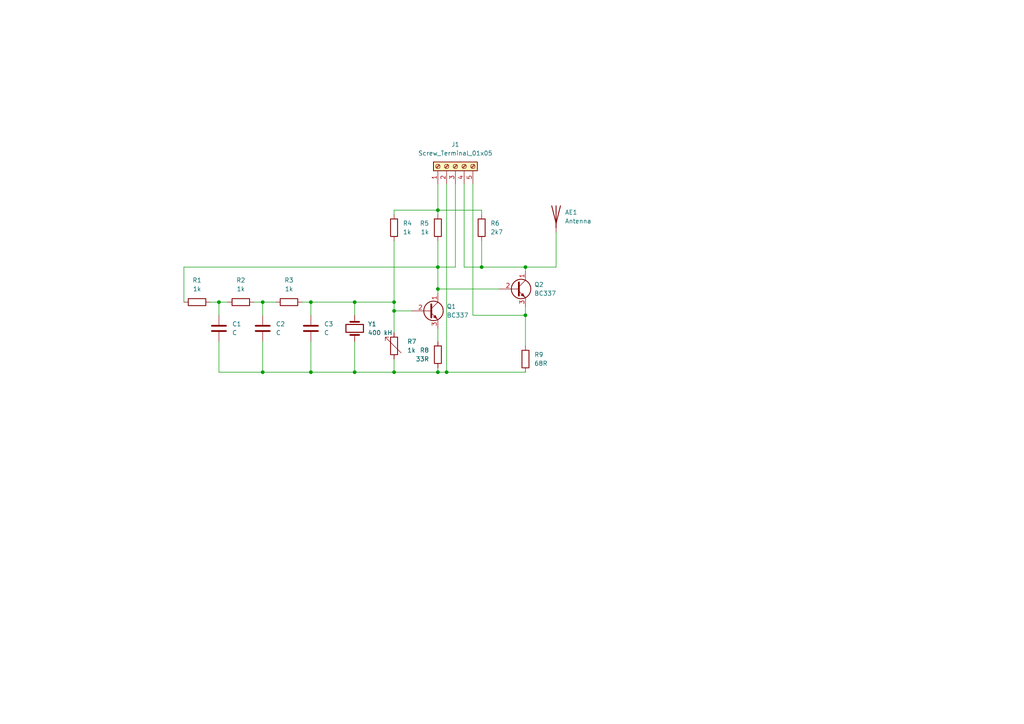
<source format=kicad_sch>
(kicad_sch (version 20230121) (generator eeschema)
  (paper "A4")
  (lib_symbols
    (symbol "Connector:Screw_Terminal_01x05" (pin_names (offset 1.016) hide)
      (property "Reference" "J" (at 0 7.62 0))
      (property "Value" "Screw_Terminal_01x05" (at 0 -7.62 0))
      (symbol "Screw_Terminal_01x05_1_1"
        (rectangle (start -1.27 6.35) (end 1.27 -6.35) (stroke (width 0.254)) (fill (type background)))
        (circle (center 0 -5.08) (radius 0.635) (stroke (width 0.1524)))
        (circle (center 0 -2.54) (radius 0.635) (stroke (width 0.1524)))
        (polyline (pts (xy -0.5334 -4.7498) (xy 0.3302 -5.588)) (stroke (width 0.1524)))
        (polyline (pts (xy -0.5334 -2.2098) (xy 0.3302 -3.048)) (stroke (width 0.1524)))
        (polyline (pts (xy -0.5334 0.3302) (xy 0.3302 -0.508)) (stroke (width 0.1524)))
        (polyline (pts (xy -0.5334 2.8702) (xy 0.3302 2.032)) (stroke (width 0.1524)))
        (polyline (pts (xy -0.5334 5.4102) (xy 0.3302 4.572)) (stroke (width 0.1524)))
        (polyline (pts (xy -0.3556 -4.572) (xy 0.508 -5.4102)) (stroke (width 0.1524)))
        (polyline (pts (xy -0.3556 -2.032) (xy 0.508 -2.8702)) (stroke (width 0.1524)))
        (polyline (pts (xy -0.3556 0.508) (xy 0.508 -0.3302)) (stroke (width 0.1524)))
        (polyline (pts (xy -0.3556 3.048) (xy 0.508 2.2098)) (stroke (width 0.1524)))
        (polyline (pts (xy -0.3556 5.588) (xy 0.508 4.7498)) (stroke (width 0.1524)))
        (circle (center 0 0) (radius 0.635) (stroke (width 0.1524)))
        (circle (center 0 2.54) (radius 0.635) (stroke (width 0.1524)))
        (circle (center 0 5.08) (radius 0.635) (stroke (width 0.1524)))
        (pin passive line (at -5.08 5.08 0) (length 3.81) (name "Pin_1") (number "1"))
        (pin passive line (at -5.08 2.54 0) (length 3.81) (name "Pin_2") (number "2"))
        (pin passive line (at -5.08 0 0) (length 3.81) (name "Pin_3") (number "3"))
        (pin passive line (at -5.08 -2.54 0) (length 3.81) (name "Pin_4") (number "4"))
        (pin passive line (at -5.08 -5.08 0) (length 3.81) (name "Pin_5") (number "5"))
      )
    )
    (symbol "Device:Antenna" (pin_numbers hide) (pin_names (offset 1.016) hide)
      (property "Reference" "AE" (at -1.905 1.905 0))
      (property "Value" "Antenna" (at -1.905 0 0))
      (symbol "Antenna_0_1"
        (polyline (pts (xy 0 2.54) (xy 0 -3.81)) (stroke (width 0.254)))
        (polyline (pts (xy 1.27 2.54) (xy 0 -2.54) (xy -1.27 2.54)) (stroke (width 0.254)))
      )
      (symbol "Antenna_1_1"
        (pin input line (at 0 -5.08 90) (length 2.54) (name "A") (number "1"))
      )
    )
    (symbol "Device:C" (pin_numbers hide) (pin_names (offset 0.254))
      (property "Reference" "C" (at 0.635 2.54 0))
      (property "Value" "C" (at 0.635 -2.54 0))
      (symbol "C_0_1"
        (polyline (pts (xy -2.032 -0.762) (xy 2.032 -0.762)) (stroke (width 0.508)))
        (polyline (pts (xy -2.032 0.762) (xy 2.032 0.762)) (stroke (width 0.508)))
      )
      (symbol "C_1_1"
        (pin passive line (at 0 3.81 270) (length 2.794) (name "~") (number "1"))
        (pin passive line (at 0 -3.81 90) (length 2.794) (name "~") (number "2"))
      )
    )
    (symbol "Device:Crystal" (pin_numbers hide) (pin_names (offset 1.016) hide)
      (property "Reference" "Y" (at 0 3.81 0))
      (property "Value" "Crystal" (at 0 -3.81 0))
      (symbol "Crystal_0_1"
        (rectangle (start -1.143 2.54) (end 1.143 -2.54) (stroke (width 0.3048)))
        (polyline (pts (xy -2.54 0) (xy -1.905 0)))
        (polyline (pts (xy -1.905 -1.27) (xy -1.905 1.27)) (stroke (width 0.508)))
        (polyline (pts (xy 1.905 -1.27) (xy 1.905 1.27)) (stroke (width 0.508)))
        (polyline (pts (xy 2.54 0) (xy 1.905 0)))
      )
      (symbol "Crystal_1_1"
        (pin passive line (at -3.81 0 0) (length 1.27) (name "1") (number "1"))
        (pin passive line (at 3.81 0 180) (length 1.27) (name "2") (number "2"))
      )
    )
    (symbol "Device:R" (pin_numbers hide) (pin_names (offset 0))
      (property "Reference" "R" (at 2.032 0 90))
      (property "Value" "R" (at 0 0 90))
      (symbol "R_0_1"
        (rectangle (start -1.016 -2.54) (end 1.016 2.54) (stroke (width 0.254)))
      )
      (symbol "R_1_1"
        (pin passive line (at 0 3.81 270) (length 1.27) (name "~") (number "1"))
        (pin passive line (at 0 -3.81 90) (length 1.27) (name "~") (number "2"))
      )
    )
    (symbol "Device:R_Variable" (pin_numbers hide) (pin_names (offset 0))
      (property "Reference" "R" (at 2.54 -2.54 90))
      (property "Value" "R_Variable" (at -2.54 -1.27 90))
      (symbol "R_Variable_0_1"
        (rectangle (start -1.016 -2.54) (end 1.016 2.54) (stroke (width 0.254)))
        (polyline (pts (xy 2.54 1.524) (xy 2.54 2.54) (xy 1.524 2.54) (xy 2.54 2.54) (xy -2.032 -2.032)))
      )
      (symbol "R_Variable_1_1"
        (pin passive line (at 0 3.81 270) (length 1.27) (name "~") (number "1"))
        (pin passive line (at 0 -3.81 90) (length 1.27) (name "~") (number "2"))
      )
    )
    (symbol "R_1" (pin_numbers hide) (pin_names (offset 0))
      (property "Reference" "R" (at 2.032 0 90))
      (property "Value" "R" (at 0 0 90))
      (symbol "R_1_0_1"
        (rectangle (start -1.016 -2.54) (end 1.016 2.54) (stroke (width 0.254)))
      )
      (symbol "R_1_1_1"
        (pin passive line (at 0 3.81 270) (length 1.27) (name "~") (number "1"))
        (pin passive line (at 0 -3.81 90) (length 1.27) (name "~") (number "2"))
      )
    )
    (symbol "Transistor_BJT:BC337" (pin_names (offset 0) hide)
      (property "Reference" "Q" (at 5.08 1.905 0))
      (property "Value" "BC337" (at 5.08 0 0))
      (symbol "BC337_0_1"
        (polyline (pts (xy 0 0) (xy 0.635 0)))
        (polyline (pts (xy 0.635 0.635) (xy 2.54 2.54)))
        (polyline (pts (xy 0.635 -0.635) (xy 2.54 -2.54) (xy 2.54 -2.54)))
        (polyline (pts (xy 0.635 1.905) (xy 0.635 -1.905) (xy 0.635 -1.905)) (stroke (width 0.508)))
        (polyline (pts (xy 1.27 -1.778) (xy 1.778 -1.27) (xy 2.286 -2.286) (xy 1.27 -1.778) (xy 1.27 -1.778)) (fill (type outline)))
        (circle (center 1.27 0) (radius 2.8194) (stroke (width 0.254)))
      )
      (symbol "BC337_1_1"
        (pin passive line (at 2.54 5.08 270) (length 2.54) (name "C") (number "1"))
        (pin input line (at -5.08 0 0) (length 5.08) (name "B") (number "2"))
        (pin passive line (at 2.54 -5.08 90) (length 2.54) (name "E") (number "3"))
      )
    )
  )
  (junction (at 63.5 87.63))
  (junction (at 90.17 107.95))
  (junction (at 76.2 87.63))
  (junction (at 127 107.95))
  (junction (at 152.4 77.47))
  (junction (at 139.7 77.47))
  (junction (at 127 77.47))
  (junction (at 102.87 87.63))
  (junction (at 114.3 90.17))
  (junction (at 127 60.96))
  (junction (at 102.87 107.95))
  (junction (at 90.17 87.63))
  (junction (at 114.3 87.63))
  (junction (at 152.4 91.44))
  (junction (at 114.3 107.95))
  (junction (at 76.2 107.95))
  (junction (at 129.54 107.95))
  (junction (at 127 83.82))
  (wire (pts (xy 127 85.09) (xy 127 83.82)))
  (wire (pts (xy 63.5 91.44) (xy 63.5 87.63)))
  (wire (pts (xy 127 62.23) (xy 127 60.96)))
  (wire (pts (xy 114.3 90.17) (xy 119.38 90.17)))
  (wire (pts (xy 90.17 87.63) (xy 90.17 91.44)))
  (wire (pts (xy 134.62 77.47) (xy 139.7 77.47)))
  (wire (pts (xy 102.87 107.95) (xy 114.3 107.95)))
  (wire (pts (xy 127 95.25) (xy 127 99.06)))
  (wire (pts (xy 90.17 99.06) (xy 90.17 107.95)))
  (wire (pts (xy 63.5 107.95) (xy 76.2 107.95)))
  (wire (pts (xy 139.7 60.96) (xy 139.7 62.23)))
  (wire (pts (xy 114.3 90.17) (xy 114.3 87.63)))
  (wire (pts (xy 114.3 60.96) (xy 114.3 62.23)))
  (wire (pts (xy 76.2 87.63) (xy 80.01 87.63)))
  (wire (pts (xy 152.4 77.47) (xy 161.29 77.47)))
  (wire (pts (xy 102.87 99.06) (xy 102.87 107.95)))
  (wire (pts (xy 127 69.85) (xy 127 77.47)))
  (wire (pts (xy 152.4 91.44) (xy 152.4 100.33)))
  (wire (pts (xy 139.7 77.47) (xy 152.4 77.47)))
  (wire (pts (xy 137.16 53.34) (xy 137.16 91.44)))
  (wire (pts (xy 63.5 99.06) (xy 63.5 107.95)))
  (wire (pts (xy 161.29 67.31) (xy 161.29 77.47)))
  (wire (pts (xy 87.63 87.63) (xy 90.17 87.63)))
  (wire (pts (xy 114.3 107.95) (xy 127 107.95)))
  (wire (pts (xy 144.78 83.82) (xy 127 83.82)))
  (wire (pts (xy 63.5 87.63) (xy 66.04 87.63)))
  (wire (pts (xy 53.34 77.47) (xy 127 77.47)))
  (wire (pts (xy 127 107.95) (xy 129.54 107.95)))
  (wire (pts (xy 129.54 107.95) (xy 129.54 53.34)))
  (wire (pts (xy 137.16 91.44) (xy 152.4 91.44)))
  (wire (pts (xy 76.2 107.95) (xy 90.17 107.95)))
  (wire (pts (xy 102.87 87.63) (xy 90.17 87.63)))
  (wire (pts (xy 53.34 87.63) (xy 53.34 77.47)))
  (wire (pts (xy 114.3 69.85) (xy 114.3 87.63)))
  (wire (pts (xy 134.62 53.34) (xy 134.62 77.47)))
  (wire (pts (xy 127 106.68) (xy 127 107.95)))
  (wire (pts (xy 114.3 60.96) (xy 127 60.96)))
  (wire (pts (xy 114.3 87.63) (xy 102.87 87.63)))
  (wire (pts (xy 127 53.34) (xy 127 60.96)))
  (wire (pts (xy 90.17 107.95) (xy 102.87 107.95)))
  (wire (pts (xy 127 60.96) (xy 139.7 60.96)))
  (wire (pts (xy 152.4 88.9) (xy 152.4 91.44)))
  (wire (pts (xy 127 77.47) (xy 132.08 77.47)))
  (wire (pts (xy 152.4 77.47) (xy 152.4 78.74)))
  (wire (pts (xy 114.3 90.17) (xy 114.3 96.52)))
  (wire (pts (xy 132.08 77.47) (xy 132.08 53.34)))
  (wire (pts (xy 127 77.47) (xy 127 83.82)))
  (wire (pts (xy 76.2 99.06) (xy 76.2 107.95)))
  (wire (pts (xy 60.96 87.63) (xy 63.5 87.63)))
  (wire (pts (xy 114.3 104.14) (xy 114.3 107.95)))
  (wire (pts (xy 102.87 87.63) (xy 102.87 91.44)))
  (wire (pts (xy 73.66 87.63) (xy 76.2 87.63)))
  (wire (pts (xy 139.7 69.85) (xy 139.7 77.47)))
  (wire (pts (xy 152.4 107.95) (xy 129.54 107.95)))
  (wire (pts (xy 76.2 87.63) (xy 76.2 91.44)))
  (symbol (lib_id "Device:R") (at 69.85 87.63 90) (unit 1)
    (property "Reference" "R2" (at 69.85 81.28 90))
    (property "Value" "1k" (at 69.85 83.82 90))
    (property "Footprint" "Resistor_THT:R_Axial_DIN0204_L3.6mm_D1.6mm_P1.90mm_Vertical" (effects hide))
  )
  (symbol (lib_id "Device:C") (at 63.5 95.25 0) (unit 1)
    (property "Reference" "C1" (at 67.31 93.98 0) (effects (justify left)))
    (property "Value" "C" (at 67.31 96.52 0) (effects (justify left)))
  )
  (symbol (lib_id "Connector:Screw_Terminal_01x05") (at 132.08 48.26 90) (unit 1)
    (property "Reference" "J1" (at 132.08 41.91 90))
    (property "Value" "Screw_Terminal_01x05" (at 132.08 44.45 90))
    (property "Footprint" "Connector_Wuerth:Wuerth_WR-WTB_64800511622_1x05_P1.50mm_Vertical" (effects hide))
  )
  (symbol (lib_id "Device:R") (at 127 66.04 0) (unit 1)
    (property "Reference" "R5" (at 124.46 64.77 0) (effects (justify right)))
    (property "Value" "1k" (at 124.46 67.31 0) (effects (justify right)))
    (property "Footprint" "Resistor_THT:R_Axial_DIN0204_L3.6mm_D1.6mm_P1.90mm_Vertical" (effects hide))
  )
  (symbol (lib_id "Device:C") (at 76.2 95.25 0) (unit 1)
    (property "Reference" "C2" (at 80.01 93.98 0) (effects (justify left)))
    (property "Value" "C" (at 80.01 96.52 0) (effects (justify left)))
  )
  (symbol (lib_name "R_1") (lib_id "Device:R") (at 57.15 87.63 90) (unit 1)
    (property "Reference" "R1" (at 57.15 81.28 90))
    (property "Value" "1k" (at 57.15 83.82 90))
    (property "Footprint" "Resistor_THT:R_Axial_DIN0204_L3.6mm_D1.6mm_P1.90mm_Vertical" (effects hide))
  )
  (symbol (lib_id "Transistor_BJT:BC337") (at 149.86 83.82 0) (unit 1)
    (property "Reference" "Q2" (at 154.94 82.55 0) (effects (justify left)))
    (property "Value" "BC337" (at 154.94 85.09 0) (effects (justify left)))
    (property "Footprint" "Package_TO_SOT_THT:TO-92_Inline" (effects hide))
    (property "Datasheet" "https://diotec.com/tl_files/diotec/files/pdf/datasheets/bc337.pdf" (effects hide))
  )
  (symbol (lib_id "Device:R") (at 83.82 87.63 90) (unit 1)
    (property "Reference" "R3" (at 83.82 81.28 90))
    (property "Value" "1k" (at 83.82 83.82 90))
    (property "Footprint" "Resistor_THT:R_Axial_DIN0204_L3.6mm_D1.6mm_P1.90mm_Vertical" (effects hide))
  )
  (symbol (lib_id "Transistor_BJT:BC337") (at 124.46 90.17 0) (unit 1)
    (property "Reference" "Q1" (at 129.54 88.9 0) (effects (justify left)))
    (property "Value" "BC337" (at 129.54 91.44 0) (effects (justify left)))
    (property "Footprint" "Package_TO_SOT_THT:TO-92_Inline" (effects hide))
    (property "Datasheet" "https://diotec.com/tl_files/diotec/files/pdf/datasheets/bc337.pdf" (effects hide))
  )
  (symbol (lib_id "Device:R") (at 114.3 66.04 0) (unit 1)
    (property "Reference" "R4" (at 116.84 64.77 0) (effects (justify left)))
    (property "Value" "1k" (at 116.84 67.31 0) (effects (justify left)))
    (property "Footprint" "Resistor_THT:R_Axial_DIN0204_L3.6mm_D1.6mm_P1.90mm_Vertical" (effects hide))
  )
  (symbol (lib_id "Device:R") (at 139.7 66.04 0) (unit 1)
    (property "Reference" "R6" (at 142.24 64.77 0) (effects (justify left)))
    (property "Value" "2k7" (at 142.24 67.31 0) (effects (justify left)))
    (property "Footprint" "Resistor_THT:R_Axial_DIN0204_L3.6mm_D1.6mm_P1.90mm_Vertical" (effects hide))
  )
  (symbol (lib_id "Device:R") (at 152.4 104.14 0) (unit 1)
    (property "Reference" "R9" (at 154.94 102.87 0) (effects (justify left)))
    (property "Value" "68R" (at 154.94 105.41 0) (effects (justify left)))
    (property "Footprint" "Resistor_THT:R_Axial_DIN0204_L3.6mm_D1.6mm_P1.90mm_Vertical" (effects hide))
  )
  (symbol (lib_id "Device:C") (at 90.17 95.25 0) (unit 1)
    (property "Reference" "C3" (at 93.98 93.98 0) (effects (justify left)))
    (property "Value" "C" (at 93.98 96.52 0) (effects (justify left)))
  )
  (symbol (lib_id "Device:Crystal") (at 102.87 95.25 90) (unit 1)
    (property "Reference" "Y1" (at 106.68 93.98 90) (effects (justify right)))
    (property "Value" "400 kH" (at 106.68 96.52 90) (effects (justify right)))
    (property "Footprint" "Crystal:Crystal_HC50_Vertical" (effects hide))
  )
  (symbol (lib_id "Device:R") (at 127 102.87 0) (unit 1)
    (property "Reference" "R8" (at 124.46 101.6 0) (effects (justify right)))
    (property "Value" "33R" (at 124.46 104.14 0) (effects (justify right)))
    (property "Footprint" "Resistor_THT:R_Axial_DIN0204_L3.6mm_D1.6mm_P1.90mm_Vertical" (effects hide))
  )
  (symbol (lib_id "Device:R_Variable") (at 114.3 100.33 0) (mirror y) (unit 1)
    (property "Reference" "R7" (at 118.11 99.06 0) (effects (justify right)))
    (property "Value" "1k" (at 118.11 101.6 0) (effects (justify right)))
    (property "Footprint" "Resistor_THT:R_Axial_DIN0204_L3.6mm_D1.6mm_P1.90mm_Vertical" (effects hide))
  )
  (symbol (lib_id "Device:Antenna") (at 161.29 62.23 0) (unit 1)
    (property "Reference" "AE1" (at 163.83 61.595 0) (effects (justify left)))
    (property "Value" "Antenna" (at 163.83 64.135 0) (effects (justify left)))
  )
)
</source>
